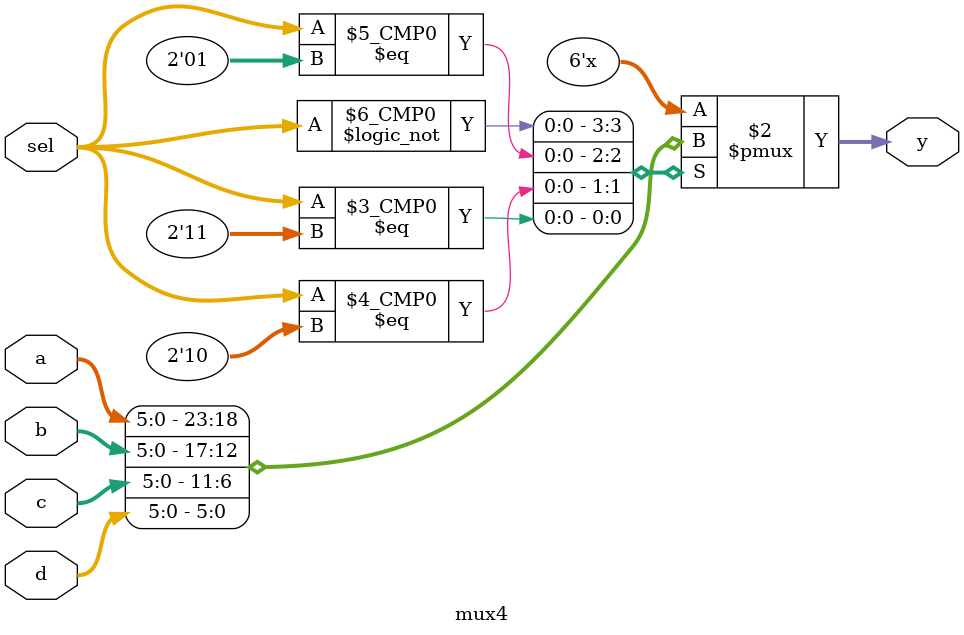
<source format=v>
module mux4 (a,b,c,d,sel,y);
input [1:0] sel;
input [5:0] a,b,c,d;
output reg [5:0] y;

	always @ (*)	
		begin
			case (sel)
				2'b00:	begin
					y=a;
						end
				2'b01:	begin
					y=b;
						end
				2'b10:	begin
					y=c;
						end
				2'b11:	begin
					y=d;
						end
			endcase	
		end
endmodule
</source>
